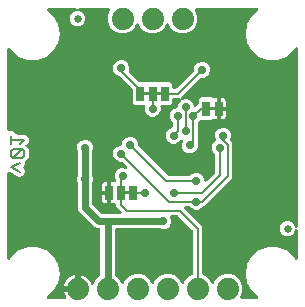
<source format=gbl>
G04 EAGLE Gerber RS-274X export*
G75*
%MOMM*%
%FSLAX34Y34*%
%LPD*%
%INBottom Copper*%
%IPPOS*%
%AMOC8*
5,1,8,0,0,1.08239X$1,22.5*%
G01*
%ADD10C,0.203200*%
%ADD11C,0.635000*%
%ADD12R,0.660400X1.270000*%
%ADD13C,1.879600*%
%ADD14C,0.736600*%
%ADD15C,0.609600*%

G36*
X52565Y4070D02*
X52565Y4070D01*
X52605Y4067D01*
X52723Y4090D01*
X52841Y4105D01*
X52878Y4119D01*
X52917Y4127D01*
X53026Y4178D01*
X53137Y4222D01*
X53169Y4245D01*
X53205Y4262D01*
X53297Y4338D01*
X53394Y4408D01*
X53420Y4439D01*
X53450Y4464D01*
X53521Y4561D01*
X53597Y4653D01*
X53614Y4689D01*
X53638Y4722D01*
X53682Y4833D01*
X53733Y4941D01*
X53740Y4980D01*
X53755Y5017D01*
X53770Y5136D01*
X53792Y5253D01*
X53790Y5293D01*
X53795Y5333D01*
X53780Y5452D01*
X53773Y5571D01*
X53760Y5609D01*
X53755Y5648D01*
X53712Y5760D01*
X53675Y5873D01*
X53653Y5907D01*
X53639Y5944D01*
X53553Y6080D01*
X53289Y6443D01*
X52436Y8117D01*
X51855Y9904D01*
X51815Y10161D01*
X62230Y10161D01*
X62348Y10176D01*
X62467Y10183D01*
X62505Y10196D01*
X62545Y10201D01*
X62656Y10244D01*
X62769Y10281D01*
X62803Y10303D01*
X62841Y10318D01*
X62937Y10388D01*
X63038Y10451D01*
X63066Y10481D01*
X63098Y10504D01*
X63174Y10596D01*
X63256Y10683D01*
X63275Y10718D01*
X63301Y10749D01*
X63352Y10857D01*
X63409Y10961D01*
X63420Y11001D01*
X63437Y11037D01*
X63459Y11154D01*
X63489Y11269D01*
X63493Y11330D01*
X63497Y11350D01*
X63495Y11370D01*
X63499Y11430D01*
X63499Y12701D01*
X64770Y12701D01*
X64888Y12716D01*
X65007Y12723D01*
X65045Y12736D01*
X65085Y12741D01*
X65196Y12785D01*
X65309Y12821D01*
X65344Y12843D01*
X65381Y12858D01*
X65477Y12928D01*
X65578Y12991D01*
X65606Y13021D01*
X65639Y13045D01*
X65714Y13136D01*
X65796Y13223D01*
X65816Y13258D01*
X65841Y13290D01*
X65892Y13397D01*
X65950Y13502D01*
X65960Y13541D01*
X65977Y13577D01*
X65999Y13694D01*
X66029Y13809D01*
X66033Y13870D01*
X66037Y13890D01*
X66035Y13910D01*
X66039Y13970D01*
X66039Y24385D01*
X66296Y24345D01*
X68083Y23764D01*
X69757Y22911D01*
X71278Y21806D01*
X72606Y20478D01*
X73711Y18957D01*
X74564Y17283D01*
X74715Y16818D01*
X74728Y16791D01*
X74735Y16762D01*
X74795Y16647D01*
X74850Y16530D01*
X74869Y16507D01*
X74883Y16481D01*
X74971Y16385D01*
X75053Y16285D01*
X75077Y16268D01*
X75097Y16246D01*
X75206Y16174D01*
X75310Y16098D01*
X75338Y16087D01*
X75363Y16071D01*
X75486Y16029D01*
X75606Y15981D01*
X75636Y15977D01*
X75664Y15968D01*
X75793Y15957D01*
X75921Y15941D01*
X75951Y15945D01*
X75981Y15942D01*
X76109Y15965D01*
X76237Y15981D01*
X76265Y15992D01*
X76294Y15997D01*
X76412Y16050D01*
X76533Y16098D01*
X76557Y16115D01*
X76584Y16127D01*
X76685Y16208D01*
X76790Y16284D01*
X76809Y16307D01*
X76833Y16326D01*
X76910Y16429D01*
X76993Y16529D01*
X77006Y16556D01*
X77024Y16580D01*
X77095Y16725D01*
X78348Y19750D01*
X81849Y23252D01*
X82020Y23322D01*
X82045Y23337D01*
X82073Y23346D01*
X82183Y23415D01*
X82296Y23480D01*
X82317Y23500D01*
X82342Y23516D01*
X82431Y23611D01*
X82524Y23701D01*
X82540Y23726D01*
X82560Y23748D01*
X82623Y23862D01*
X82691Y23972D01*
X82699Y24001D01*
X82714Y24026D01*
X82746Y24152D01*
X82784Y24276D01*
X82786Y24306D01*
X82793Y24334D01*
X82803Y24495D01*
X82803Y62484D01*
X82788Y62602D01*
X82781Y62721D01*
X82768Y62759D01*
X82763Y62800D01*
X82720Y62910D01*
X82683Y63023D01*
X82661Y63058D01*
X82646Y63095D01*
X82577Y63191D01*
X82513Y63292D01*
X82483Y63320D01*
X82460Y63353D01*
X82368Y63429D01*
X82281Y63510D01*
X82246Y63530D01*
X82215Y63555D01*
X82107Y63606D01*
X82003Y63664D01*
X81963Y63674D01*
X81927Y63691D01*
X81810Y63713D01*
X81695Y63743D01*
X81635Y63747D01*
X81615Y63751D01*
X81594Y63749D01*
X81534Y63753D01*
X80067Y63753D01*
X77826Y64681D01*
X64681Y77826D01*
X63753Y80067D01*
X63753Y102285D01*
X63752Y102295D01*
X63753Y102304D01*
X63732Y102453D01*
X63713Y102601D01*
X63710Y102610D01*
X63709Y102619D01*
X63657Y102771D01*
X63118Y104071D01*
X63118Y106749D01*
X63657Y108049D01*
X63659Y108058D01*
X63664Y108066D01*
X63701Y108210D01*
X63741Y108356D01*
X63741Y108365D01*
X63743Y108374D01*
X63753Y108535D01*
X63753Y128955D01*
X63752Y128965D01*
X63753Y128974D01*
X63732Y129123D01*
X63713Y129271D01*
X63710Y129280D01*
X63709Y129289D01*
X63657Y129441D01*
X63118Y130741D01*
X63118Y133419D01*
X64143Y135893D01*
X66037Y137787D01*
X68511Y138812D01*
X71189Y138812D01*
X73663Y137787D01*
X75557Y135893D01*
X76582Y133419D01*
X76582Y130741D01*
X76043Y129441D01*
X76041Y129432D01*
X76036Y129424D01*
X75999Y129279D01*
X75959Y129134D01*
X75959Y129125D01*
X75957Y129116D01*
X75947Y128955D01*
X75947Y108535D01*
X75948Y108525D01*
X75947Y108516D01*
X75968Y108367D01*
X75987Y108219D01*
X75990Y108210D01*
X75991Y108201D01*
X76043Y108049D01*
X76582Y106749D01*
X76582Y104071D01*
X76043Y102771D01*
X76041Y102762D01*
X76036Y102754D01*
X75999Y102609D01*
X75959Y102464D01*
X75959Y102455D01*
X75957Y102446D01*
X75947Y102285D01*
X75947Y84331D01*
X75959Y84233D01*
X75962Y84134D01*
X75979Y84076D01*
X75987Y84016D01*
X76023Y83923D01*
X76051Y83828D01*
X76081Y83776D01*
X76104Y83720D01*
X76162Y83640D01*
X76212Y83554D01*
X76278Y83479D01*
X76290Y83463D01*
X76300Y83455D01*
X76318Y83434D01*
X83434Y76318D01*
X83512Y76258D01*
X83584Y76190D01*
X83637Y76161D01*
X83685Y76124D01*
X83776Y76084D01*
X83862Y76036D01*
X83921Y76021D01*
X83977Y75997D01*
X84075Y75982D01*
X84170Y75957D01*
X84270Y75951D01*
X84291Y75947D01*
X84303Y75949D01*
X84331Y75947D01*
X99391Y75947D01*
X99528Y75964D01*
X99667Y75977D01*
X99686Y75984D01*
X99706Y75987D01*
X99835Y76038D01*
X99966Y76085D01*
X99983Y76096D01*
X100002Y76104D01*
X100114Y76185D01*
X100229Y76263D01*
X100243Y76279D01*
X100259Y76290D01*
X100348Y76398D01*
X100440Y76502D01*
X100449Y76520D01*
X100462Y76535D01*
X100521Y76661D01*
X100584Y76785D01*
X100589Y76805D01*
X100598Y76823D01*
X100624Y76959D01*
X100654Y77095D01*
X100654Y77116D01*
X100657Y77135D01*
X100649Y77274D01*
X100644Y77413D01*
X100639Y77433D01*
X100638Y77453D01*
X100595Y77585D01*
X100556Y77719D01*
X100546Y77736D01*
X100540Y77755D01*
X100465Y77873D01*
X100395Y77993D01*
X100376Y78014D01*
X100369Y78024D01*
X100354Y78038D01*
X100288Y78113D01*
X96265Y82136D01*
X96265Y83555D01*
X96253Y83654D01*
X96250Y83753D01*
X96233Y83811D01*
X96225Y83871D01*
X96189Y83963D01*
X96161Y84058D01*
X96131Y84110D01*
X96108Y84167D01*
X96050Y84247D01*
X96000Y84332D01*
X95934Y84408D01*
X95922Y84424D01*
X95912Y84432D01*
X95894Y84453D01*
X95415Y84931D01*
X95335Y84994D01*
X95271Y85054D01*
X95267Y85056D01*
X95254Y85068D01*
X95206Y85093D01*
X95164Y85126D01*
X95067Y85168D01*
X94974Y85218D01*
X94921Y85231D01*
X94872Y85253D01*
X94767Y85269D01*
X94665Y85295D01*
X94611Y85294D01*
X94558Y85302D01*
X94497Y85297D01*
X94494Y85297D01*
X94485Y85296D01*
X94452Y85293D01*
X94347Y85292D01*
X94263Y85275D01*
X94241Y85273D01*
X94227Y85267D01*
X94189Y85260D01*
X93552Y85089D01*
X91566Y85089D01*
X91566Y93599D01*
X91551Y93717D01*
X91544Y93836D01*
X91531Y93874D01*
X91526Y93914D01*
X91504Y93970D01*
X91526Y94085D01*
X91556Y94201D01*
X91560Y94261D01*
X91564Y94281D01*
X91562Y94301D01*
X91566Y94361D01*
X91566Y102871D01*
X93552Y102871D01*
X94189Y102700D01*
X94294Y102686D01*
X94397Y102663D01*
X94451Y102664D01*
X94504Y102657D01*
X94609Y102669D01*
X94715Y102672D01*
X94767Y102687D01*
X94820Y102693D01*
X94919Y102731D01*
X95020Y102761D01*
X95067Y102788D01*
X95117Y102807D01*
X95203Y102869D01*
X95294Y102922D01*
X95358Y102979D01*
X95376Y102991D01*
X95386Y103003D01*
X95415Y103029D01*
X95478Y103092D01*
X95496Y103115D01*
X95519Y103134D01*
X95593Y103240D01*
X95673Y103343D01*
X95685Y103370D01*
X95702Y103394D01*
X95748Y103515D01*
X95799Y103635D01*
X95804Y103664D01*
X95814Y103691D01*
X95829Y103820D01*
X95849Y103949D01*
X95846Y103978D01*
X95850Y104007D01*
X95831Y104136D01*
X95819Y104265D01*
X95809Y104293D01*
X95805Y104322D01*
X95753Y104475D01*
X94868Y106611D01*
X94868Y109289D01*
X95893Y111763D01*
X97787Y113657D01*
X100261Y114682D01*
X102939Y114682D01*
X103805Y114323D01*
X103873Y114305D01*
X103937Y114277D01*
X104026Y114263D01*
X104112Y114239D01*
X104182Y114238D01*
X104251Y114227D01*
X104340Y114235D01*
X104430Y114234D01*
X104498Y114250D01*
X104567Y114257D01*
X104652Y114287D01*
X104739Y114308D01*
X104801Y114341D01*
X104867Y114364D01*
X104941Y114415D01*
X105020Y114457D01*
X105072Y114504D01*
X105130Y114543D01*
X105189Y114610D01*
X105256Y114671D01*
X105294Y114729D01*
X105340Y114781D01*
X105381Y114861D01*
X105431Y114936D01*
X105453Y115002D01*
X105485Y115065D01*
X105505Y115152D01*
X105534Y115237D01*
X105539Y115307D01*
X105555Y115375D01*
X105552Y115465D01*
X105559Y115554D01*
X105547Y115623D01*
X105545Y115693D01*
X105520Y115779D01*
X105505Y115868D01*
X105476Y115931D01*
X105457Y115998D01*
X105411Y116076D01*
X105374Y116158D01*
X105330Y116212D01*
X105295Y116272D01*
X105189Y116393D01*
X101685Y119897D01*
X101607Y119957D01*
X101535Y120025D01*
X101482Y120054D01*
X101434Y120091D01*
X101343Y120131D01*
X101256Y120179D01*
X101198Y120194D01*
X101142Y120218D01*
X101044Y120233D01*
X100948Y120258D01*
X100848Y120264D01*
X100828Y120268D01*
X100816Y120266D01*
X100788Y120268D01*
X98991Y120268D01*
X96517Y121293D01*
X94623Y123187D01*
X93598Y125661D01*
X93598Y128339D01*
X94623Y130813D01*
X96517Y132707D01*
X98991Y133732D01*
X99949Y133732D01*
X100067Y133747D01*
X100186Y133754D01*
X100224Y133767D01*
X100265Y133772D01*
X100375Y133815D01*
X100488Y133852D01*
X100523Y133874D01*
X100560Y133889D01*
X100656Y133958D01*
X100757Y134022D01*
X100785Y134052D01*
X100818Y134075D01*
X100894Y134167D01*
X100975Y134254D01*
X100995Y134289D01*
X101020Y134320D01*
X101071Y134428D01*
X101129Y134532D01*
X101139Y134572D01*
X101156Y134608D01*
X101178Y134725D01*
X101208Y134840D01*
X101212Y134900D01*
X101216Y134920D01*
X101214Y134941D01*
X101218Y135001D01*
X101218Y135959D01*
X102243Y138433D01*
X104137Y140327D01*
X106611Y141352D01*
X109289Y141352D01*
X111763Y140327D01*
X113657Y138433D01*
X114682Y135959D01*
X114682Y134162D01*
X114694Y134064D01*
X114697Y133965D01*
X114714Y133907D01*
X114722Y133847D01*
X114758Y133755D01*
X114786Y133660D01*
X114816Y133608D01*
X114839Y133551D01*
X114897Y133471D01*
X114947Y133386D01*
X115013Y133310D01*
X115025Y133294D01*
X115035Y133286D01*
X115053Y133265D01*
X139742Y108576D01*
X139820Y108516D01*
X139892Y108448D01*
X139945Y108419D01*
X139993Y108382D01*
X140084Y108342D01*
X140171Y108294D01*
X140229Y108279D01*
X140285Y108255D01*
X140383Y108240D01*
X140479Y108215D01*
X140579Y108209D01*
X140599Y108205D01*
X140611Y108207D01*
X140639Y108205D01*
X157849Y108205D01*
X157947Y108217D01*
X158046Y108220D01*
X158104Y108237D01*
X158164Y108245D01*
X158256Y108281D01*
X158352Y108309D01*
X158404Y108339D01*
X158460Y108362D01*
X158540Y108420D01*
X158626Y108470D01*
X158701Y108536D01*
X158717Y108548D01*
X158725Y108558D01*
X158746Y108576D01*
X160017Y109847D01*
X162491Y110872D01*
X165169Y110872D01*
X167643Y109847D01*
X169537Y107953D01*
X170562Y105479D01*
X170562Y104444D01*
X170579Y104307D01*
X170592Y104168D01*
X170599Y104149D01*
X170602Y104129D01*
X170653Y104000D01*
X170700Y103869D01*
X170711Y103852D01*
X170719Y103833D01*
X170800Y103721D01*
X170878Y103606D01*
X170894Y103592D01*
X170905Y103576D01*
X171013Y103487D01*
X171117Y103395D01*
X171135Y103386D01*
X171150Y103373D01*
X171276Y103314D01*
X171400Y103251D01*
X171420Y103246D01*
X171438Y103237D01*
X171574Y103211D01*
X171710Y103181D01*
X171731Y103181D01*
X171750Y103178D01*
X171889Y103186D01*
X172028Y103191D01*
X172048Y103196D01*
X172068Y103197D01*
X172200Y103240D01*
X172334Y103279D01*
X172351Y103289D01*
X172370Y103295D01*
X172488Y103370D01*
X172608Y103440D01*
X172629Y103459D01*
X172639Y103466D01*
X172653Y103481D01*
X172728Y103547D01*
X179634Y110452D01*
X179694Y110530D01*
X179762Y110602D01*
X179791Y110655D01*
X179828Y110703D01*
X179868Y110794D01*
X179916Y110881D01*
X179931Y110939D01*
X179955Y110995D01*
X179970Y111093D01*
X179995Y111189D01*
X180001Y111289D01*
X180005Y111309D01*
X180003Y111321D01*
X180005Y111349D01*
X180005Y126019D01*
X179993Y126117D01*
X179990Y126216D01*
X179973Y126274D01*
X179965Y126334D01*
X179929Y126426D01*
X179901Y126522D01*
X179871Y126574D01*
X179848Y126630D01*
X179790Y126710D01*
X179740Y126796D01*
X179674Y126871D01*
X179662Y126887D01*
X179652Y126895D01*
X179634Y126916D01*
X178363Y128187D01*
X177338Y130661D01*
X177338Y133339D01*
X178363Y135813D01*
X180382Y137832D01*
X180400Y137855D01*
X180422Y137874D01*
X180497Y137980D01*
X180576Y138083D01*
X180588Y138110D01*
X180605Y138134D01*
X180651Y138255D01*
X180703Y138375D01*
X180707Y138404D01*
X180718Y138432D01*
X180732Y138561D01*
X180753Y138689D01*
X180750Y138718D01*
X180753Y138748D01*
X180735Y138876D01*
X180723Y139005D01*
X180713Y139033D01*
X180709Y139063D01*
X180657Y139215D01*
X179958Y140901D01*
X179958Y143579D01*
X180983Y146053D01*
X182877Y147947D01*
X185351Y148972D01*
X188029Y148972D01*
X190503Y147947D01*
X192397Y146053D01*
X193422Y143579D01*
X193422Y140901D01*
X192767Y139320D01*
X192759Y139291D01*
X192746Y139265D01*
X192717Y139138D01*
X192683Y139013D01*
X192682Y138983D01*
X192676Y138955D01*
X192680Y138825D01*
X192678Y138695D01*
X192685Y138666D01*
X192686Y138637D01*
X192722Y138512D01*
X192752Y138386D01*
X192766Y138359D01*
X192774Y138331D01*
X192840Y138219D01*
X192901Y138105D01*
X192920Y138083D01*
X192935Y138057D01*
X193042Y137936D01*
X194612Y136367D01*
X194612Y106313D01*
X170594Y82295D01*
X169811Y82295D01*
X169713Y82283D01*
X169614Y82280D01*
X169556Y82263D01*
X169496Y82255D01*
X169404Y82219D01*
X169308Y82191D01*
X169256Y82161D01*
X169200Y82138D01*
X169120Y82080D01*
X169034Y82030D01*
X168959Y81964D01*
X168943Y81952D01*
X168935Y81942D01*
X168914Y81924D01*
X167643Y80653D01*
X165169Y79628D01*
X162491Y79628D01*
X160017Y80653D01*
X158746Y81924D01*
X158668Y81984D01*
X158596Y82052D01*
X158543Y82081D01*
X158495Y82118D01*
X158404Y82158D01*
X158317Y82206D01*
X158259Y82221D01*
X158203Y82245D01*
X158105Y82260D01*
X158010Y82285D01*
X157910Y82291D01*
X157889Y82295D01*
X157877Y82293D01*
X157849Y82295D01*
X155117Y82295D01*
X154980Y82278D01*
X154841Y82265D01*
X154822Y82258D01*
X154802Y82255D01*
X154673Y82204D01*
X154542Y82157D01*
X154525Y82146D01*
X154506Y82138D01*
X154394Y82057D01*
X154279Y81979D01*
X154265Y81963D01*
X154249Y81952D01*
X154160Y81844D01*
X154068Y81740D01*
X154059Y81722D01*
X154046Y81707D01*
X153987Y81581D01*
X153924Y81457D01*
X153919Y81437D01*
X153910Y81419D01*
X153884Y81283D01*
X153854Y81147D01*
X153854Y81126D01*
X153851Y81107D01*
X153859Y80968D01*
X153864Y80829D01*
X153869Y80809D01*
X153870Y80789D01*
X153913Y80657D01*
X153952Y80523D01*
X153962Y80506D01*
X153968Y80487D01*
X154043Y80369D01*
X154113Y80249D01*
X154132Y80228D01*
X154139Y80218D01*
X154154Y80204D01*
X154220Y80129D01*
X169165Y65184D01*
X169165Y25337D01*
X169168Y25307D01*
X169166Y25278D01*
X169188Y25150D01*
X169205Y25021D01*
X169215Y24994D01*
X169220Y24965D01*
X169274Y24846D01*
X169322Y24725D01*
X169339Y24702D01*
X169351Y24675D01*
X169432Y24573D01*
X169508Y24468D01*
X169531Y24449D01*
X169550Y24426D01*
X169653Y24348D01*
X169753Y24265D01*
X169780Y24253D01*
X169804Y24235D01*
X169948Y24164D01*
X172150Y23252D01*
X175652Y19751D01*
X176627Y17395D01*
X176696Y17274D01*
X176761Y17152D01*
X176775Y17137D01*
X176785Y17119D01*
X176882Y17019D01*
X176975Y16916D01*
X176992Y16905D01*
X177006Y16891D01*
X177124Y16818D01*
X177241Y16742D01*
X177260Y16735D01*
X177277Y16724D01*
X177410Y16684D01*
X177542Y16638D01*
X177562Y16637D01*
X177581Y16631D01*
X177720Y16624D01*
X177859Y16613D01*
X177879Y16617D01*
X177899Y16616D01*
X178035Y16644D01*
X178172Y16668D01*
X178191Y16676D01*
X178210Y16680D01*
X178335Y16741D01*
X178462Y16798D01*
X178478Y16811D01*
X178496Y16820D01*
X178602Y16910D01*
X178710Y16997D01*
X178723Y17013D01*
X178738Y17026D01*
X178818Y17140D01*
X178902Y17251D01*
X178914Y17276D01*
X178921Y17286D01*
X178928Y17305D01*
X178973Y17395D01*
X179948Y19750D01*
X183450Y23252D01*
X188024Y25147D01*
X192976Y25147D01*
X197550Y23252D01*
X201052Y19750D01*
X202947Y15176D01*
X202947Y10224D01*
X201122Y5820D01*
X201109Y5772D01*
X201088Y5727D01*
X201067Y5619D01*
X201038Y5513D01*
X201038Y5463D01*
X201028Y5414D01*
X201035Y5305D01*
X201033Y5195D01*
X201045Y5147D01*
X201048Y5097D01*
X201082Y4993D01*
X201107Y4886D01*
X201131Y4842D01*
X201146Y4795D01*
X201205Y4702D01*
X201256Y4605D01*
X201290Y4568D01*
X201316Y4526D01*
X201396Y4451D01*
X201470Y4369D01*
X201512Y4342D01*
X201548Y4308D01*
X201644Y4255D01*
X201736Y4195D01*
X201783Y4178D01*
X201826Y4154D01*
X201933Y4127D01*
X202037Y4091D01*
X202086Y4087D01*
X202134Y4075D01*
X202295Y4065D01*
X215369Y4065D01*
X215405Y4069D01*
X215440Y4067D01*
X215562Y4089D01*
X215685Y4105D01*
X215718Y4118D01*
X215753Y4124D01*
X215865Y4176D01*
X215981Y4222D01*
X216009Y4242D01*
X216041Y4257D01*
X216138Y4336D01*
X216238Y4408D01*
X216261Y4436D01*
X216288Y4458D01*
X216361Y4558D01*
X216441Y4653D01*
X216456Y4685D01*
X216477Y4714D01*
X216523Y4829D01*
X216576Y4941D01*
X216583Y4976D01*
X216596Y5009D01*
X216613Y5132D01*
X216636Y5253D01*
X216634Y5289D01*
X216639Y5324D01*
X216624Y5447D01*
X216616Y5571D01*
X216605Y5605D01*
X216601Y5640D01*
X216556Y5756D01*
X216518Y5873D01*
X216499Y5903D01*
X216487Y5936D01*
X216414Y6037D01*
X216348Y6142D01*
X216322Y6166D01*
X216302Y6195D01*
X216185Y6306D01*
X211015Y10644D01*
X207029Y17549D01*
X205645Y25400D01*
X207029Y33251D01*
X211015Y40155D01*
X217122Y45280D01*
X224614Y48007D01*
X232586Y48007D01*
X240078Y45280D01*
X246185Y40156D01*
X247567Y37762D01*
X247655Y37646D01*
X247740Y37528D01*
X247751Y37519D01*
X247759Y37509D01*
X247873Y37418D01*
X247985Y37325D01*
X247998Y37319D01*
X248008Y37311D01*
X248142Y37251D01*
X248273Y37190D01*
X248286Y37187D01*
X248299Y37182D01*
X248443Y37157D01*
X248586Y37130D01*
X248599Y37131D01*
X248612Y37128D01*
X248758Y37141D01*
X248903Y37150D01*
X248916Y37154D01*
X248929Y37155D01*
X249067Y37203D01*
X249205Y37248D01*
X249217Y37255D01*
X249230Y37259D01*
X249351Y37340D01*
X249474Y37418D01*
X249483Y37428D01*
X249495Y37435D01*
X249592Y37543D01*
X249692Y37649D01*
X249699Y37661D01*
X249708Y37671D01*
X249775Y37801D01*
X249846Y37928D01*
X249849Y37941D01*
X249855Y37953D01*
X249889Y38095D01*
X249925Y38236D01*
X249926Y38254D01*
X249928Y38263D01*
X249928Y38280D01*
X249935Y38397D01*
X249935Y61703D01*
X249927Y61772D01*
X249928Y61842D01*
X249907Y61930D01*
X249895Y62019D01*
X249870Y62084D01*
X249853Y62151D01*
X249811Y62231D01*
X249778Y62314D01*
X249737Y62371D01*
X249705Y62432D01*
X249644Y62499D01*
X249592Y62572D01*
X249538Y62616D01*
X249491Y62668D01*
X249416Y62717D01*
X249347Y62774D01*
X249283Y62804D01*
X249225Y62843D01*
X249140Y62872D01*
X249059Y62910D01*
X248990Y62923D01*
X248924Y62946D01*
X248835Y62953D01*
X248747Y62970D01*
X248677Y62965D01*
X248607Y62971D01*
X248519Y62956D01*
X248429Y62950D01*
X248363Y62929D01*
X248294Y62917D01*
X248212Y62880D01*
X248127Y62852D01*
X248068Y62815D01*
X248004Y62786D01*
X247934Y62730D01*
X247858Y62682D01*
X247810Y62631D01*
X247756Y62587D01*
X247701Y62516D01*
X247640Y62450D01*
X247606Y62389D01*
X247564Y62333D01*
X247493Y62189D01*
X246576Y59975D01*
X244825Y58224D01*
X242538Y57276D01*
X240062Y57276D01*
X237775Y58224D01*
X236024Y59975D01*
X235076Y62262D01*
X235076Y64738D01*
X236024Y67025D01*
X237775Y68776D01*
X240062Y69724D01*
X242538Y69724D01*
X244825Y68776D01*
X246576Y67025D01*
X247493Y64811D01*
X247528Y64751D01*
X247554Y64686D01*
X247606Y64613D01*
X247651Y64535D01*
X247699Y64485D01*
X247740Y64428D01*
X247810Y64371D01*
X247872Y64307D01*
X247932Y64270D01*
X247985Y64226D01*
X248067Y64187D01*
X248143Y64140D01*
X248210Y64120D01*
X248273Y64090D01*
X248361Y64073D01*
X248447Y64047D01*
X248517Y64043D01*
X248586Y64030D01*
X248675Y64036D01*
X248765Y64032D01*
X248833Y64046D01*
X248903Y64050D01*
X248988Y64078D01*
X249076Y64096D01*
X249139Y64127D01*
X249205Y64148D01*
X249281Y64196D01*
X249362Y64236D01*
X249415Y64281D01*
X249474Y64318D01*
X249536Y64384D01*
X249604Y64442D01*
X249644Y64499D01*
X249692Y64550D01*
X249735Y64628D01*
X249787Y64702D01*
X249812Y64767D01*
X249846Y64828D01*
X249868Y64915D01*
X249900Y64999D01*
X249908Y65069D01*
X249925Y65136D01*
X249935Y65297D01*
X249935Y215603D01*
X249917Y215748D01*
X249902Y215893D01*
X249897Y215906D01*
X249895Y215919D01*
X249842Y216054D01*
X249791Y216191D01*
X249783Y216202D01*
X249778Y216215D01*
X249693Y216332D01*
X249610Y216452D01*
X249599Y216461D01*
X249592Y216472D01*
X249480Y216565D01*
X249369Y216660D01*
X249357Y216666D01*
X249347Y216675D01*
X249215Y216737D01*
X249084Y216802D01*
X249071Y216805D01*
X249059Y216810D01*
X248917Y216838D01*
X248773Y216868D01*
X248760Y216868D01*
X248747Y216870D01*
X248602Y216861D01*
X248456Y216855D01*
X248442Y216851D01*
X248429Y216850D01*
X248291Y216806D01*
X248151Y216763D01*
X248139Y216756D01*
X248127Y216752D01*
X248004Y216675D01*
X247879Y216599D01*
X247869Y216589D01*
X247858Y216582D01*
X247758Y216476D01*
X247656Y216372D01*
X247646Y216357D01*
X247640Y216351D01*
X247632Y216336D01*
X247567Y216238D01*
X246185Y213845D01*
X240078Y208720D01*
X232586Y205993D01*
X224614Y205993D01*
X217122Y208720D01*
X211015Y213844D01*
X207029Y220749D01*
X205645Y228600D01*
X207029Y236451D01*
X211015Y243355D01*
X216185Y247694D01*
X216209Y247720D01*
X216238Y247740D01*
X216317Y247836D01*
X216401Y247927D01*
X216418Y247958D01*
X216441Y247985D01*
X216494Y248098D01*
X216553Y248207D01*
X216561Y248241D01*
X216576Y248273D01*
X216599Y248395D01*
X216630Y248515D01*
X216629Y248551D01*
X216636Y248586D01*
X216628Y248709D01*
X216627Y248833D01*
X216618Y248868D01*
X216616Y248903D01*
X216578Y249021D01*
X216546Y249141D01*
X216529Y249172D01*
X216518Y249205D01*
X216452Y249310D01*
X216391Y249419D01*
X216367Y249444D01*
X216348Y249474D01*
X216258Y249559D01*
X216172Y249649D01*
X216142Y249668D01*
X216116Y249692D01*
X216008Y249752D01*
X215903Y249818D01*
X215869Y249829D01*
X215838Y249846D01*
X215718Y249877D01*
X215600Y249914D01*
X215564Y249916D01*
X215530Y249925D01*
X215369Y249935D01*
X164195Y249935D01*
X164146Y249929D01*
X164096Y249931D01*
X163989Y249909D01*
X163879Y249895D01*
X163833Y249877D01*
X163785Y249867D01*
X163686Y249819D01*
X163584Y249778D01*
X163544Y249749D01*
X163499Y249727D01*
X163415Y249656D01*
X163326Y249592D01*
X163295Y249553D01*
X163257Y249521D01*
X163194Y249431D01*
X163124Y249347D01*
X163102Y249302D01*
X163074Y249261D01*
X163035Y249158D01*
X162988Y249059D01*
X162979Y249010D01*
X162961Y248964D01*
X162949Y248854D01*
X162928Y248747D01*
X162931Y248697D01*
X162926Y248648D01*
X162941Y248539D01*
X162948Y248429D01*
X162963Y248382D01*
X162970Y248333D01*
X163022Y248180D01*
X164847Y243776D01*
X164847Y238824D01*
X162952Y234250D01*
X159450Y230748D01*
X154876Y228853D01*
X149924Y228853D01*
X145350Y230748D01*
X141848Y234250D01*
X140873Y236605D01*
X140804Y236725D01*
X140739Y236848D01*
X140725Y236863D01*
X140715Y236881D01*
X140618Y236981D01*
X140525Y237084D01*
X140508Y237095D01*
X140494Y237109D01*
X140376Y237182D01*
X140259Y237258D01*
X140240Y237265D01*
X140223Y237276D01*
X140090Y237316D01*
X139958Y237362D01*
X139938Y237363D01*
X139919Y237369D01*
X139780Y237376D01*
X139641Y237387D01*
X139621Y237383D01*
X139601Y237384D01*
X139465Y237356D01*
X139328Y237332D01*
X139309Y237324D01*
X139290Y237320D01*
X139165Y237259D01*
X139038Y237202D01*
X139022Y237189D01*
X139004Y237180D01*
X138898Y237090D01*
X138790Y237003D01*
X138777Y236987D01*
X138762Y236974D01*
X138682Y236860D01*
X138598Y236749D01*
X138586Y236724D01*
X138579Y236714D01*
X138572Y236695D01*
X138527Y236605D01*
X137552Y234250D01*
X134050Y230748D01*
X129476Y228853D01*
X124524Y228853D01*
X119950Y230748D01*
X116448Y234250D01*
X115473Y236605D01*
X115404Y236725D01*
X115339Y236848D01*
X115325Y236863D01*
X115315Y236881D01*
X115218Y236981D01*
X115125Y237084D01*
X115108Y237095D01*
X115094Y237109D01*
X114976Y237182D01*
X114859Y237258D01*
X114840Y237265D01*
X114823Y237276D01*
X114690Y237316D01*
X114558Y237362D01*
X114538Y237363D01*
X114519Y237369D01*
X114380Y237376D01*
X114241Y237387D01*
X114221Y237383D01*
X114201Y237384D01*
X114065Y237356D01*
X113928Y237332D01*
X113909Y237324D01*
X113890Y237320D01*
X113765Y237259D01*
X113638Y237202D01*
X113622Y237189D01*
X113604Y237180D01*
X113498Y237090D01*
X113390Y237003D01*
X113377Y236987D01*
X113362Y236974D01*
X113282Y236860D01*
X113198Y236749D01*
X113186Y236724D01*
X113179Y236714D01*
X113172Y236695D01*
X113127Y236605D01*
X112152Y234250D01*
X108650Y230748D01*
X104076Y228853D01*
X99124Y228853D01*
X94550Y230748D01*
X91048Y234250D01*
X89153Y238824D01*
X89153Y243776D01*
X90978Y248180D01*
X90991Y248228D01*
X91012Y248273D01*
X91033Y248381D01*
X91062Y248487D01*
X91062Y248537D01*
X91072Y248586D01*
X91065Y248695D01*
X91067Y248805D01*
X91055Y248853D01*
X91052Y248903D01*
X91018Y249007D01*
X90993Y249114D01*
X90969Y249158D01*
X90954Y249205D01*
X90895Y249298D01*
X90844Y249395D01*
X90810Y249432D01*
X90784Y249474D01*
X90704Y249549D01*
X90630Y249631D01*
X90588Y249658D01*
X90552Y249692D01*
X90456Y249745D01*
X90364Y249805D01*
X90317Y249822D01*
X90274Y249846D01*
X90167Y249873D01*
X90063Y249909D01*
X90014Y249913D01*
X89966Y249925D01*
X89805Y249935D01*
X65297Y249935D01*
X65228Y249927D01*
X65158Y249928D01*
X65070Y249907D01*
X64981Y249895D01*
X64916Y249870D01*
X64849Y249853D01*
X64769Y249811D01*
X64686Y249778D01*
X64629Y249737D01*
X64568Y249705D01*
X64501Y249644D01*
X64428Y249592D01*
X64384Y249538D01*
X64332Y249491D01*
X64283Y249416D01*
X64226Y249347D01*
X64196Y249283D01*
X64157Y249225D01*
X64128Y249140D01*
X64090Y249059D01*
X64077Y248990D01*
X64054Y248924D01*
X64047Y248835D01*
X64030Y248747D01*
X64035Y248677D01*
X64029Y248607D01*
X64044Y248519D01*
X64050Y248429D01*
X64071Y248363D01*
X64083Y248294D01*
X64120Y248212D01*
X64148Y248127D01*
X64185Y248068D01*
X64214Y248004D01*
X64270Y247934D01*
X64318Y247858D01*
X64369Y247810D01*
X64413Y247756D01*
X64484Y247701D01*
X64550Y247640D01*
X64611Y247606D01*
X64667Y247564D01*
X64811Y247493D01*
X67025Y246576D01*
X68776Y244825D01*
X69724Y242538D01*
X69724Y240062D01*
X68776Y237775D01*
X67025Y236024D01*
X64738Y235076D01*
X62262Y235076D01*
X59975Y236024D01*
X58224Y237775D01*
X57276Y240062D01*
X57276Y242538D01*
X58224Y244825D01*
X59975Y246576D01*
X62189Y247493D01*
X62249Y247528D01*
X62314Y247554D01*
X62387Y247606D01*
X62465Y247651D01*
X62515Y247699D01*
X62572Y247740D01*
X62629Y247810D01*
X62693Y247872D01*
X62730Y247932D01*
X62774Y247985D01*
X62813Y248067D01*
X62860Y248143D01*
X62880Y248210D01*
X62910Y248273D01*
X62927Y248361D01*
X62953Y248447D01*
X62957Y248517D01*
X62970Y248586D01*
X62964Y248675D01*
X62968Y248765D01*
X62954Y248833D01*
X62950Y248903D01*
X62922Y248988D01*
X62904Y249076D01*
X62873Y249139D01*
X62852Y249205D01*
X62804Y249281D01*
X62764Y249362D01*
X62719Y249415D01*
X62682Y249474D01*
X62616Y249536D01*
X62558Y249604D01*
X62501Y249644D01*
X62450Y249692D01*
X62372Y249735D01*
X62298Y249787D01*
X62233Y249812D01*
X62172Y249846D01*
X62085Y249868D01*
X62001Y249900D01*
X61931Y249908D01*
X61864Y249925D01*
X61703Y249935D01*
X38631Y249935D01*
X38595Y249931D01*
X38560Y249933D01*
X38438Y249911D01*
X38315Y249895D01*
X38282Y249882D01*
X38247Y249876D01*
X38135Y249824D01*
X38019Y249778D01*
X37991Y249758D01*
X37959Y249743D01*
X37862Y249664D01*
X37762Y249592D01*
X37739Y249564D01*
X37712Y249542D01*
X37639Y249442D01*
X37559Y249347D01*
X37544Y249315D01*
X37523Y249286D01*
X37477Y249171D01*
X37424Y249059D01*
X37417Y249024D01*
X37404Y248991D01*
X37387Y248868D01*
X37364Y248747D01*
X37366Y248711D01*
X37361Y248676D01*
X37376Y248553D01*
X37384Y248429D01*
X37395Y248395D01*
X37399Y248360D01*
X37444Y248244D01*
X37482Y248127D01*
X37501Y248097D01*
X37513Y248064D01*
X37586Y247963D01*
X37652Y247858D01*
X37678Y247834D01*
X37698Y247805D01*
X37815Y247694D01*
X42985Y243356D01*
X46971Y236451D01*
X48355Y228600D01*
X46971Y220749D01*
X42985Y213845D01*
X36878Y208720D01*
X29386Y205993D01*
X21414Y205993D01*
X13922Y208720D01*
X7815Y213844D01*
X6433Y216238D01*
X6345Y216354D01*
X6260Y216472D01*
X6249Y216481D01*
X6241Y216491D01*
X6127Y216582D01*
X6015Y216675D01*
X6002Y216681D01*
X5992Y216689D01*
X5858Y216749D01*
X5727Y216810D01*
X5714Y216813D01*
X5701Y216818D01*
X5557Y216843D01*
X5414Y216870D01*
X5401Y216869D01*
X5388Y216872D01*
X5242Y216859D01*
X5097Y216850D01*
X5084Y216846D01*
X5071Y216845D01*
X4933Y216797D01*
X4795Y216752D01*
X4783Y216745D01*
X4770Y216741D01*
X4649Y216660D01*
X4526Y216582D01*
X4517Y216572D01*
X4505Y216565D01*
X4408Y216457D01*
X4308Y216351D01*
X4301Y216339D01*
X4292Y216329D01*
X4225Y216199D01*
X4154Y216072D01*
X4151Y216059D01*
X4145Y216047D01*
X4111Y215905D01*
X4075Y215764D01*
X4074Y215746D01*
X4072Y215737D01*
X4072Y215720D01*
X4065Y215603D01*
X4065Y147585D01*
X4080Y147467D01*
X4087Y147348D01*
X4100Y147310D01*
X4105Y147269D01*
X4148Y147159D01*
X4185Y147046D01*
X4207Y147011D01*
X4222Y146974D01*
X4291Y146878D01*
X4355Y146777D01*
X4385Y146749D01*
X4408Y146716D01*
X4500Y146641D01*
X4587Y146559D01*
X4622Y146539D01*
X4653Y146514D01*
X4761Y146463D01*
X4865Y146405D01*
X4905Y146395D01*
X4941Y146378D01*
X5058Y146356D01*
X5173Y146326D01*
X5233Y146322D01*
X5253Y146318D01*
X5274Y146320D01*
X5334Y146316D01*
X9050Y146316D01*
X11444Y143922D01*
X11446Y143908D01*
X11453Y143789D01*
X11466Y143751D01*
X11471Y143710D01*
X11514Y143600D01*
X11551Y143487D01*
X11573Y143452D01*
X11588Y143415D01*
X11657Y143319D01*
X11721Y143218D01*
X11751Y143190D01*
X11774Y143157D01*
X11866Y143081D01*
X11953Y143000D01*
X11988Y142980D01*
X12019Y142955D01*
X12127Y142904D01*
X12231Y142846D01*
X12271Y142836D01*
X12307Y142819D01*
X12424Y142797D01*
X12539Y142767D01*
X12599Y142763D01*
X12619Y142759D01*
X12640Y142761D01*
X12700Y142757D01*
X19727Y142757D01*
X20894Y141589D01*
X20895Y141589D01*
X22108Y140376D01*
X22108Y137008D01*
X20284Y135185D01*
X19732Y134632D01*
X19659Y134538D01*
X19580Y134449D01*
X19562Y134413D01*
X19537Y134381D01*
X19490Y134272D01*
X19435Y134166D01*
X19427Y134126D01*
X19411Y134089D01*
X19392Y133971D01*
X19366Y133855D01*
X19367Y133815D01*
X19361Y133775D01*
X19372Y133657D01*
X19375Y133538D01*
X19387Y133499D01*
X19391Y133458D01*
X19431Y133347D01*
X19464Y133232D01*
X19484Y133197D01*
X19498Y133159D01*
X19565Y133061D01*
X19625Y132958D01*
X19665Y132913D01*
X19677Y132896D01*
X19692Y132882D01*
X19732Y132837D01*
X22108Y130461D01*
X22108Y127428D01*
X22108Y127021D01*
X22108Y126569D01*
X22108Y126568D01*
X22108Y123535D01*
X19355Y120782D01*
X19145Y120572D01*
X19099Y120513D01*
X19046Y120461D01*
X19002Y120388D01*
X18950Y120320D01*
X18920Y120252D01*
X18882Y120188D01*
X18857Y120107D01*
X18823Y120029D01*
X18812Y119955D01*
X18790Y119884D01*
X18787Y119799D01*
X18774Y119715D01*
X18780Y119640D01*
X18777Y119566D01*
X18795Y119482D01*
X18803Y119398D01*
X18828Y119328D01*
X18844Y119255D01*
X18875Y119182D01*
X17716Y115705D01*
X17714Y115696D01*
X17711Y115688D01*
X17684Y115542D01*
X17654Y115393D01*
X17655Y115384D01*
X17653Y115376D01*
X17663Y115226D01*
X17672Y115076D01*
X17674Y115067D01*
X17675Y115058D01*
X17716Y114903D01*
X18873Y111433D01*
X17367Y108421D01*
X14172Y107356D01*
X5902Y111492D01*
X5812Y111523D01*
X5727Y111563D01*
X5663Y111576D01*
X5602Y111597D01*
X5507Y111605D01*
X5414Y111623D01*
X5350Y111619D01*
X5285Y111625D01*
X5191Y111609D01*
X5097Y111603D01*
X5035Y111583D01*
X4971Y111573D01*
X4884Y111535D01*
X4795Y111505D01*
X4740Y111471D01*
X4680Y111444D01*
X4606Y111386D01*
X4526Y111335D01*
X4481Y111288D01*
X4430Y111248D01*
X4373Y111173D01*
X4308Y111104D01*
X4277Y111047D01*
X4237Y110995D01*
X4200Y110908D01*
X4154Y110825D01*
X4138Y110762D01*
X4113Y110702D01*
X4099Y110609D01*
X4075Y110517D01*
X4068Y110406D01*
X4065Y110388D01*
X4066Y110378D01*
X4065Y110357D01*
X4065Y38397D01*
X4083Y38252D01*
X4098Y38107D01*
X4103Y38094D01*
X4105Y38081D01*
X4158Y37946D01*
X4209Y37809D01*
X4217Y37798D01*
X4222Y37785D01*
X4307Y37668D01*
X4390Y37548D01*
X4401Y37539D01*
X4408Y37528D01*
X4521Y37435D01*
X4631Y37340D01*
X4643Y37334D01*
X4653Y37325D01*
X4785Y37263D01*
X4916Y37198D01*
X4929Y37195D01*
X4941Y37190D01*
X5083Y37162D01*
X5227Y37132D01*
X5240Y37132D01*
X5253Y37130D01*
X5398Y37139D01*
X5544Y37145D01*
X5558Y37149D01*
X5571Y37150D01*
X5709Y37194D01*
X5849Y37237D01*
X5861Y37244D01*
X5873Y37248D01*
X5996Y37325D01*
X6121Y37401D01*
X6131Y37411D01*
X6142Y37418D01*
X6242Y37524D01*
X6344Y37628D01*
X6354Y37643D01*
X6360Y37649D01*
X6368Y37664D01*
X6433Y37762D01*
X7815Y40155D01*
X13922Y45280D01*
X21414Y48007D01*
X29386Y48007D01*
X36878Y45280D01*
X42985Y40156D01*
X46971Y33251D01*
X48355Y25400D01*
X46971Y17549D01*
X42985Y10645D01*
X37815Y6306D01*
X37791Y6280D01*
X37762Y6260D01*
X37683Y6164D01*
X37599Y6073D01*
X37582Y6042D01*
X37559Y6015D01*
X37506Y5902D01*
X37447Y5793D01*
X37439Y5759D01*
X37424Y5727D01*
X37401Y5605D01*
X37370Y5485D01*
X37371Y5449D01*
X37364Y5414D01*
X37372Y5291D01*
X37373Y5167D01*
X37382Y5132D01*
X37384Y5097D01*
X37422Y4979D01*
X37454Y4859D01*
X37471Y4828D01*
X37482Y4795D01*
X37548Y4690D01*
X37609Y4581D01*
X37633Y4556D01*
X37652Y4526D01*
X37742Y4441D01*
X37828Y4351D01*
X37858Y4332D01*
X37884Y4308D01*
X37992Y4248D01*
X38097Y4182D01*
X38131Y4171D01*
X38162Y4154D01*
X38282Y4123D01*
X38400Y4086D01*
X38436Y4084D01*
X38470Y4075D01*
X38631Y4065D01*
X52526Y4065D01*
X52565Y4070D01*
G37*
G36*
X127079Y16617D02*
X127079Y16617D01*
X127099Y16616D01*
X127235Y16644D01*
X127372Y16668D01*
X127391Y16676D01*
X127410Y16680D01*
X127535Y16741D01*
X127662Y16798D01*
X127678Y16811D01*
X127696Y16820D01*
X127802Y16910D01*
X127910Y16997D01*
X127923Y17013D01*
X127938Y17026D01*
X128018Y17140D01*
X128102Y17251D01*
X128114Y17276D01*
X128121Y17286D01*
X128128Y17305D01*
X128173Y17395D01*
X129148Y19750D01*
X132650Y23252D01*
X137224Y25147D01*
X142176Y25147D01*
X146750Y23252D01*
X150252Y19750D01*
X151227Y17395D01*
X151296Y17275D01*
X151361Y17152D01*
X151375Y17137D01*
X151385Y17119D01*
X151482Y17019D01*
X151575Y16916D01*
X151592Y16905D01*
X151606Y16891D01*
X151725Y16818D01*
X151841Y16742D01*
X151860Y16735D01*
X151877Y16724D01*
X152010Y16684D01*
X152142Y16638D01*
X152162Y16637D01*
X152181Y16631D01*
X152320Y16624D01*
X152459Y16613D01*
X152479Y16617D01*
X152499Y16616D01*
X152635Y16644D01*
X152772Y16668D01*
X152791Y16676D01*
X152810Y16680D01*
X152936Y16741D01*
X153062Y16798D01*
X153078Y16811D01*
X153096Y16820D01*
X153202Y16910D01*
X153310Y16997D01*
X153323Y17013D01*
X153338Y17026D01*
X153418Y17140D01*
X153502Y17251D01*
X153514Y17276D01*
X153521Y17286D01*
X153528Y17305D01*
X153573Y17395D01*
X154548Y19750D01*
X158050Y23252D01*
X160252Y24164D01*
X160277Y24179D01*
X160305Y24188D01*
X160415Y24257D01*
X160528Y24322D01*
X160549Y24342D01*
X160574Y24358D01*
X160663Y24452D01*
X160756Y24543D01*
X160772Y24568D01*
X160792Y24590D01*
X160855Y24703D01*
X160923Y24814D01*
X160931Y24842D01*
X160946Y24868D01*
X160978Y24994D01*
X161016Y25118D01*
X161018Y25147D01*
X161025Y25176D01*
X161035Y25337D01*
X161035Y61291D01*
X161023Y61389D01*
X161020Y61488D01*
X161003Y61546D01*
X160995Y61606D01*
X160959Y61698D01*
X160931Y61793D01*
X160901Y61845D01*
X160878Y61902D01*
X160820Y61982D01*
X160770Y62067D01*
X160704Y62143D01*
X160692Y62159D01*
X160682Y62167D01*
X160664Y62188D01*
X148548Y74304D01*
X148470Y74364D01*
X148398Y74432D01*
X148345Y74461D01*
X148297Y74498D01*
X148206Y74538D01*
X148119Y74586D01*
X148061Y74601D01*
X148005Y74625D01*
X147907Y74640D01*
X147811Y74665D01*
X147711Y74671D01*
X147691Y74675D01*
X147679Y74673D01*
X147651Y74675D01*
X143077Y74675D01*
X143028Y74669D01*
X142978Y74671D01*
X142871Y74649D01*
X142762Y74635D01*
X142715Y74617D01*
X142667Y74607D01*
X142568Y74559D01*
X142466Y74518D01*
X142426Y74489D01*
X142381Y74467D01*
X142298Y74396D01*
X142209Y74332D01*
X142177Y74293D01*
X142139Y74261D01*
X142076Y74171D01*
X142006Y74087D01*
X141985Y74042D01*
X141956Y74001D01*
X141917Y73898D01*
X141870Y73799D01*
X141861Y73750D01*
X141843Y73704D01*
X141831Y73594D01*
X141811Y73487D01*
X141814Y73437D01*
X141808Y73388D01*
X141823Y73279D01*
X141830Y73169D01*
X141846Y73122D01*
X141853Y73073D01*
X141905Y72920D01*
X142622Y71189D01*
X142622Y68511D01*
X141597Y66037D01*
X139703Y64143D01*
X137229Y63118D01*
X134551Y63118D01*
X133251Y63657D01*
X133242Y63659D01*
X133234Y63664D01*
X133089Y63701D01*
X132944Y63741D01*
X132935Y63741D01*
X132926Y63743D01*
X132765Y63753D01*
X96266Y63753D01*
X96148Y63738D01*
X96029Y63731D01*
X95991Y63718D01*
X95950Y63713D01*
X95840Y63670D01*
X95727Y63633D01*
X95692Y63611D01*
X95655Y63596D01*
X95559Y63527D01*
X95458Y63463D01*
X95430Y63433D01*
X95397Y63410D01*
X95321Y63318D01*
X95240Y63231D01*
X95220Y63196D01*
X95195Y63165D01*
X95144Y63057D01*
X95086Y62953D01*
X95076Y62913D01*
X95059Y62877D01*
X95037Y62760D01*
X95007Y62645D01*
X95003Y62585D01*
X94999Y62565D01*
X95001Y62544D01*
X95000Y62534D01*
X94999Y62531D01*
X94999Y62527D01*
X94997Y62484D01*
X94997Y24495D01*
X95000Y24466D01*
X94998Y24436D01*
X95020Y24308D01*
X95037Y24179D01*
X95047Y24152D01*
X95052Y24123D01*
X95106Y24004D01*
X95154Y23884D01*
X95171Y23860D01*
X95183Y23833D01*
X95264Y23731D01*
X95340Y23626D01*
X95363Y23608D01*
X95382Y23585D01*
X95485Y23506D01*
X95585Y23424D01*
X95612Y23411D01*
X95636Y23393D01*
X95780Y23322D01*
X95951Y23252D01*
X99452Y19750D01*
X100427Y17395D01*
X100496Y17275D01*
X100561Y17152D01*
X100575Y17137D01*
X100585Y17119D01*
X100682Y17019D01*
X100775Y16916D01*
X100792Y16905D01*
X100806Y16891D01*
X100924Y16818D01*
X101041Y16742D01*
X101060Y16735D01*
X101077Y16724D01*
X101210Y16684D01*
X101342Y16638D01*
X101362Y16637D01*
X101381Y16631D01*
X101520Y16624D01*
X101659Y16613D01*
X101679Y16617D01*
X101699Y16616D01*
X101835Y16644D01*
X101972Y16668D01*
X101991Y16676D01*
X102010Y16680D01*
X102135Y16741D01*
X102262Y16798D01*
X102278Y16811D01*
X102296Y16820D01*
X102402Y16910D01*
X102510Y16997D01*
X102523Y17013D01*
X102538Y17026D01*
X102618Y17140D01*
X102702Y17251D01*
X102714Y17276D01*
X102721Y17286D01*
X102728Y17305D01*
X102773Y17395D01*
X103748Y19750D01*
X107250Y23252D01*
X111824Y25147D01*
X116776Y25147D01*
X121350Y23252D01*
X124852Y19750D01*
X125827Y17395D01*
X125896Y17275D01*
X125961Y17152D01*
X125975Y17137D01*
X125985Y17119D01*
X126082Y17019D01*
X126175Y16916D01*
X126192Y16905D01*
X126206Y16891D01*
X126324Y16818D01*
X126441Y16742D01*
X126460Y16735D01*
X126477Y16724D01*
X126610Y16684D01*
X126742Y16638D01*
X126762Y16637D01*
X126781Y16631D01*
X126920Y16624D01*
X127059Y16613D01*
X127079Y16617D01*
G37*
%LPC*%
G36*
X157284Y127183D02*
X157284Y127183D01*
X154810Y128208D01*
X152916Y130102D01*
X151891Y132576D01*
X151891Y135254D01*
X152686Y137173D01*
X152704Y137240D01*
X152732Y137304D01*
X152746Y137393D01*
X152770Y137479D01*
X152771Y137549D01*
X152782Y137618D01*
X152774Y137708D01*
X152775Y137797D01*
X152759Y137865D01*
X152752Y137935D01*
X152722Y138019D01*
X152701Y138106D01*
X152668Y138168D01*
X152645Y138234D01*
X152594Y138308D01*
X152552Y138388D01*
X152505Y138439D01*
X152466Y138497D01*
X152399Y138556D01*
X152338Y138623D01*
X152280Y138661D01*
X152228Y138707D01*
X152148Y138748D01*
X152072Y138798D01*
X152006Y138820D01*
X151944Y138852D01*
X151857Y138872D01*
X151772Y138901D01*
X151702Y138906D01*
X151634Y138922D01*
X151544Y138919D01*
X151455Y138926D01*
X151386Y138914D01*
X151316Y138912D01*
X151230Y138887D01*
X151141Y138872D01*
X151078Y138843D01*
X151011Y138824D01*
X150933Y138778D01*
X150851Y138741D01*
X150797Y138698D01*
X150737Y138662D01*
X150616Y138556D01*
X148593Y136533D01*
X146119Y135508D01*
X143441Y135508D01*
X140967Y136533D01*
X139073Y138427D01*
X138048Y140901D01*
X138048Y143579D01*
X139073Y146053D01*
X140967Y147947D01*
X143502Y148997D01*
X143531Y149007D01*
X143572Y149012D01*
X143682Y149055D01*
X143795Y149092D01*
X143830Y149114D01*
X143867Y149129D01*
X143963Y149198D01*
X144064Y149262D01*
X144092Y149292D01*
X144125Y149315D01*
X144201Y149407D01*
X144282Y149494D01*
X144302Y149529D01*
X144327Y149560D01*
X144378Y149668D01*
X144436Y149772D01*
X144446Y149812D01*
X144463Y149848D01*
X144485Y149965D01*
X144515Y150080D01*
X144519Y150140D01*
X144523Y150160D01*
X144521Y150181D01*
X144525Y150241D01*
X144525Y152896D01*
X144513Y152994D01*
X144510Y153093D01*
X144493Y153151D01*
X144485Y153211D01*
X144449Y153303D01*
X144421Y153399D01*
X144391Y153451D01*
X144368Y153507D01*
X144310Y153587D01*
X144260Y153673D01*
X144194Y153748D01*
X144182Y153764D01*
X144172Y153772D01*
X144154Y153793D01*
X142883Y155064D01*
X141858Y157538D01*
X141858Y160216D01*
X142883Y162690D01*
X144777Y164584D01*
X147312Y165634D01*
X147341Y165644D01*
X147382Y165649D01*
X147492Y165692D01*
X147605Y165729D01*
X147640Y165751D01*
X147677Y165766D01*
X147773Y165835D01*
X147874Y165899D01*
X147902Y165929D01*
X147935Y165952D01*
X148011Y166044D01*
X148092Y166131D01*
X148112Y166166D01*
X148137Y166197D01*
X148188Y166305D01*
X148246Y166409D01*
X148256Y166449D01*
X148273Y166485D01*
X148295Y166602D01*
X148325Y166717D01*
X148329Y166777D01*
X148333Y166797D01*
X148331Y166818D01*
X148335Y166878D01*
X148335Y167709D01*
X149360Y170183D01*
X150745Y171569D01*
X150831Y171678D01*
X150919Y171785D01*
X150928Y171804D01*
X150940Y171820D01*
X150996Y171948D01*
X151055Y172073D01*
X151059Y172093D01*
X151067Y172112D01*
X151089Y172250D01*
X151115Y172386D01*
X151113Y172406D01*
X151117Y172426D01*
X151103Y172565D01*
X151095Y172703D01*
X151089Y172722D01*
X151087Y172742D01*
X151040Y172874D01*
X150997Y173005D01*
X150986Y173023D01*
X150979Y173042D01*
X150901Y173157D01*
X150827Y173274D01*
X150812Y173288D01*
X150801Y173305D01*
X150696Y173397D01*
X150595Y173492D01*
X150577Y173502D01*
X150562Y173515D01*
X150438Y173579D01*
X150317Y173646D01*
X150297Y173651D01*
X150279Y173660D01*
X150143Y173690D01*
X150009Y173725D01*
X149981Y173727D01*
X149969Y173730D01*
X149948Y173729D01*
X149848Y173735D01*
X145034Y173735D01*
X144916Y173720D01*
X144797Y173713D01*
X144759Y173700D01*
X144718Y173695D01*
X144608Y173652D01*
X144495Y173615D01*
X144460Y173593D01*
X144423Y173578D01*
X144327Y173509D01*
X144226Y173445D01*
X144198Y173415D01*
X144165Y173392D01*
X144089Y173300D01*
X144008Y173213D01*
X143988Y173178D01*
X143963Y173147D01*
X143912Y173039D01*
X143854Y172935D01*
X143844Y172895D01*
X143827Y172859D01*
X143805Y172742D01*
X143775Y172627D01*
X143771Y172567D01*
X143767Y172547D01*
X143769Y172526D01*
X143765Y172466D01*
X143765Y170187D01*
X141979Y168401D01*
X134819Y168401D01*
X134769Y168395D01*
X134720Y168397D01*
X134612Y168375D01*
X134503Y168361D01*
X134457Y168343D01*
X134408Y168333D01*
X134310Y168285D01*
X134207Y168244D01*
X134167Y168215D01*
X134122Y168193D01*
X134039Y168122D01*
X133950Y168058D01*
X133918Y168019D01*
X133880Y167987D01*
X133817Y167897D01*
X133747Y167813D01*
X133726Y167768D01*
X133697Y167727D01*
X133658Y167624D01*
X133612Y167525D01*
X133602Y167476D01*
X133585Y167430D01*
X133572Y167320D01*
X133552Y167213D01*
X133555Y167163D01*
X133549Y167114D01*
X133565Y167005D01*
X133572Y166895D01*
X133587Y166848D01*
X133594Y166799D01*
X133646Y166646D01*
X133732Y166439D01*
X133732Y163761D01*
X132707Y161287D01*
X130813Y159393D01*
X128339Y158368D01*
X125661Y158368D01*
X123187Y159393D01*
X121293Y161287D01*
X120268Y163761D01*
X120268Y166439D01*
X120354Y166646D01*
X120367Y166694D01*
X120388Y166739D01*
X120409Y166847D01*
X120438Y166953D01*
X120439Y167003D01*
X120448Y167052D01*
X120441Y167161D01*
X120443Y167271D01*
X120432Y167319D01*
X120428Y167369D01*
X120395Y167473D01*
X120369Y167580D01*
X120346Y167624D01*
X120330Y167671D01*
X120272Y167764D01*
X120220Y167861D01*
X120187Y167898D01*
X120160Y167940D01*
X120080Y168015D01*
X120006Y168097D01*
X119965Y168124D01*
X119929Y168158D01*
X119832Y168211D01*
X119741Y168271D01*
X119694Y168288D01*
X119650Y168312D01*
X119544Y168339D01*
X119440Y168375D01*
X119390Y168379D01*
X119342Y168391D01*
X119181Y168401D01*
X112021Y168401D01*
X110235Y170187D01*
X110235Y180671D01*
X110223Y180769D01*
X110220Y180868D01*
X110203Y180926D01*
X110195Y180986D01*
X110159Y181078D01*
X110131Y181173D01*
X110101Y181225D01*
X110078Y181282D01*
X110020Y181362D01*
X109970Y181447D01*
X109904Y181523D01*
X109892Y181539D01*
X109882Y181547D01*
X109864Y181568D01*
X99018Y192413D01*
X98798Y192634D01*
X98791Y192639D01*
X98785Y192647D01*
X98665Y192737D01*
X98547Y192829D01*
X98538Y192832D01*
X98531Y192838D01*
X98386Y192909D01*
X96517Y193683D01*
X94623Y195577D01*
X93598Y198051D01*
X93598Y200729D01*
X94623Y203203D01*
X96517Y205097D01*
X98991Y206122D01*
X101669Y206122D01*
X104143Y205097D01*
X106037Y203203D01*
X107062Y200729D01*
X107062Y198051D01*
X106747Y197290D01*
X106739Y197261D01*
X106725Y197235D01*
X106697Y197109D01*
X106663Y196983D01*
X106662Y196954D01*
X106656Y196925D01*
X106660Y196795D01*
X106658Y196665D01*
X106664Y196637D01*
X106665Y196607D01*
X106701Y196482D01*
X106732Y196356D01*
X106746Y196330D01*
X106754Y196302D01*
X106820Y196190D01*
X106880Y196075D01*
X106900Y196053D01*
X106915Y196028D01*
X107022Y195907D01*
X115358Y187570D01*
X115436Y187510D01*
X115508Y187442D01*
X115561Y187413D01*
X115609Y187376D01*
X115700Y187336D01*
X115787Y187288D01*
X115845Y187273D01*
X115901Y187249D01*
X115999Y187234D01*
X116095Y187209D01*
X116195Y187203D01*
X116215Y187199D01*
X116227Y187201D01*
X116255Y187199D01*
X121282Y187199D01*
X121362Y187158D01*
X121402Y187149D01*
X121439Y187133D01*
X121556Y187114D01*
X121673Y187088D01*
X121713Y187089D01*
X121753Y187083D01*
X121871Y187094D01*
X121990Y187098D01*
X122029Y187109D01*
X122069Y187113D01*
X122182Y187153D01*
X122296Y187186D01*
X122317Y187199D01*
X131696Y187199D01*
X131776Y187158D01*
X131815Y187149D01*
X131852Y187133D01*
X131970Y187114D01*
X132086Y187088D01*
X132127Y187089D01*
X132167Y187083D01*
X132285Y187094D01*
X132404Y187098D01*
X132443Y187109D01*
X132483Y187113D01*
X132595Y187153D01*
X132710Y187186D01*
X132731Y187199D01*
X141979Y187199D01*
X143765Y185413D01*
X143765Y183134D01*
X143780Y183016D01*
X143787Y182897D01*
X143800Y182859D01*
X143805Y182818D01*
X143848Y182708D01*
X143885Y182595D01*
X143907Y182560D01*
X143922Y182523D01*
X143991Y182427D01*
X144055Y182326D01*
X144085Y182298D01*
X144108Y182265D01*
X144200Y182189D01*
X144287Y182108D01*
X144322Y182088D01*
X144353Y182063D01*
X144461Y182012D01*
X144565Y181954D01*
X144605Y181944D01*
X144641Y181927D01*
X144758Y181905D01*
X144873Y181875D01*
X144933Y181871D01*
X144953Y181867D01*
X144974Y181869D01*
X145034Y181865D01*
X146381Y181865D01*
X146479Y181877D01*
X146578Y181880D01*
X146636Y181897D01*
X146696Y181905D01*
X146788Y181941D01*
X146883Y181969D01*
X146935Y181999D01*
X146992Y182022D01*
X147072Y182080D01*
X147157Y182130D01*
X147233Y182196D01*
X147249Y182208D01*
X147257Y182218D01*
X147278Y182236D01*
X161807Y196765D01*
X161867Y196843D01*
X161935Y196915D01*
X161964Y196968D01*
X162001Y197016D01*
X162041Y197107D01*
X162089Y197194D01*
X162104Y197252D01*
X162128Y197308D01*
X162143Y197406D01*
X162168Y197502D01*
X162174Y197602D01*
X162178Y197622D01*
X162176Y197634D01*
X162178Y197662D01*
X162178Y199459D01*
X163203Y201933D01*
X165097Y203827D01*
X167571Y204852D01*
X170249Y204852D01*
X172723Y203827D01*
X174617Y201933D01*
X175642Y199459D01*
X175642Y196781D01*
X174617Y194307D01*
X172723Y192413D01*
X170249Y191388D01*
X168452Y191388D01*
X168354Y191376D01*
X168255Y191373D01*
X168197Y191356D01*
X168137Y191348D01*
X168045Y191312D01*
X167950Y191284D01*
X167898Y191254D01*
X167841Y191231D01*
X167761Y191173D01*
X167676Y191123D01*
X167600Y191057D01*
X167584Y191045D01*
X167576Y191035D01*
X167555Y191017D01*
X151262Y174723D01*
X151219Y174668D01*
X151169Y174620D01*
X151122Y174543D01*
X151067Y174472D01*
X151039Y174408D01*
X151002Y174348D01*
X150976Y174263D01*
X150940Y174180D01*
X150929Y174111D01*
X150909Y174044D01*
X150905Y173955D01*
X150890Y173866D01*
X150897Y173796D01*
X150894Y173727D01*
X150912Y173639D01*
X150920Y173549D01*
X150944Y173484D01*
X150958Y173415D01*
X150998Y173335D01*
X151028Y173250D01*
X151067Y173192D01*
X151098Y173130D01*
X151156Y173061D01*
X151206Y172987D01*
X151259Y172941D01*
X151304Y172888D01*
X151378Y172836D01*
X151445Y172776D01*
X151507Y172745D01*
X151564Y172705D01*
X151648Y172673D01*
X151728Y172632D01*
X151796Y172617D01*
X151861Y172592D01*
X151951Y172582D01*
X152038Y172562D01*
X152108Y172564D01*
X152178Y172557D01*
X152267Y172569D01*
X152356Y172572D01*
X152423Y172591D01*
X152492Y172601D01*
X152645Y172653D01*
X153728Y173102D01*
X156406Y173102D01*
X158880Y172077D01*
X160774Y170183D01*
X161895Y167476D01*
X161903Y167462D01*
X161937Y167369D01*
X161948Y167352D01*
X161956Y167333D01*
X162037Y167221D01*
X162115Y167106D01*
X162131Y167092D01*
X162142Y167076D01*
X162250Y166987D01*
X162354Y166895D01*
X162372Y166886D01*
X162387Y166873D01*
X162513Y166814D01*
X162637Y166751D01*
X162657Y166746D01*
X162675Y166737D01*
X162812Y166711D01*
X162947Y166681D01*
X162968Y166681D01*
X162987Y166678D01*
X163126Y166686D01*
X163265Y166691D01*
X163285Y166696D01*
X163305Y166697D01*
X163437Y166740D01*
X163571Y166779D01*
X163588Y166789D01*
X163607Y166795D01*
X163725Y166870D01*
X163845Y166940D01*
X163866Y166959D01*
X163876Y166966D01*
X163890Y166981D01*
X163965Y167047D01*
X165871Y168952D01*
X165931Y169030D01*
X165999Y169102D01*
X166028Y169155D01*
X166065Y169203D01*
X166105Y169294D01*
X166153Y169381D01*
X166168Y169439D01*
X166192Y169495D01*
X166207Y169593D01*
X166232Y169689D01*
X166238Y169789D01*
X166242Y169809D01*
X166240Y169821D01*
X166242Y169849D01*
X166242Y172713D01*
X168028Y174499D01*
X177158Y174499D01*
X177508Y174149D01*
X177591Y174084D01*
X177669Y174012D01*
X177717Y173987D01*
X177759Y173954D01*
X177856Y173912D01*
X177949Y173862D01*
X178001Y173849D01*
X178051Y173827D01*
X178156Y173811D01*
X178258Y173785D01*
X178312Y173786D01*
X178365Y173778D01*
X178471Y173787D01*
X178576Y173788D01*
X178660Y173805D01*
X178682Y173807D01*
X178696Y173813D01*
X178734Y173820D01*
X179371Y173991D01*
X181357Y173991D01*
X181357Y169582D01*
X181369Y169484D01*
X181372Y169385D01*
X181389Y169326D01*
X181397Y169266D01*
X181433Y169174D01*
X181460Y169079D01*
X181491Y169027D01*
X181514Y168971D01*
X181572Y168891D01*
X181622Y168805D01*
X181688Y168730D01*
X181700Y168713D01*
X181710Y168705D01*
X181728Y168684D01*
X182491Y167922D01*
X182600Y167837D01*
X182707Y167748D01*
X182726Y167740D01*
X182742Y167727D01*
X182870Y167672D01*
X182995Y167613D01*
X183015Y167609D01*
X183034Y167601D01*
X183172Y167579D01*
X183308Y167553D01*
X183328Y167554D01*
X183348Y167551D01*
X183487Y167564D01*
X183625Y167573D01*
X183644Y167579D01*
X183664Y167581D01*
X183795Y167628D01*
X183927Y167671D01*
X183945Y167682D01*
X183964Y167689D01*
X184078Y167767D01*
X184196Y167841D01*
X184210Y167856D01*
X184227Y167867D01*
X184319Y167971D01*
X184414Y168073D01*
X184424Y168090D01*
X184437Y168106D01*
X184500Y168229D01*
X184568Y168351D01*
X184573Y168371D01*
X184582Y168389D01*
X184612Y168525D01*
X184647Y168659D01*
X184649Y168687D01*
X184652Y168699D01*
X184651Y168720D01*
X184657Y168820D01*
X184657Y173991D01*
X186643Y173991D01*
X187290Y173818D01*
X187869Y173483D01*
X188342Y173010D01*
X188677Y172431D01*
X188850Y171784D01*
X188850Y166750D01*
X184023Y166750D01*
X183905Y166735D01*
X183786Y166728D01*
X183748Y166715D01*
X183707Y166710D01*
X183597Y166667D01*
X183484Y166630D01*
X183449Y166608D01*
X183412Y166593D01*
X183316Y166524D01*
X183215Y166460D01*
X183187Y166430D01*
X183154Y166407D01*
X183078Y166315D01*
X182997Y166228D01*
X182977Y166193D01*
X182952Y166162D01*
X182901Y166054D01*
X182843Y165950D01*
X182833Y165910D01*
X182816Y165874D01*
X182794Y165757D01*
X182764Y165642D01*
X182760Y165582D01*
X182756Y165562D01*
X182758Y165541D01*
X182754Y165481D01*
X182754Y164719D01*
X182769Y164601D01*
X182776Y164482D01*
X182789Y164444D01*
X182794Y164403D01*
X182837Y164293D01*
X182874Y164180D01*
X182896Y164145D01*
X182911Y164108D01*
X182980Y164011D01*
X183044Y163911D01*
X183074Y163883D01*
X183097Y163850D01*
X183189Y163774D01*
X183276Y163693D01*
X183311Y163673D01*
X183342Y163648D01*
X183450Y163597D01*
X183554Y163539D01*
X183594Y163529D01*
X183630Y163512D01*
X183747Y163490D01*
X183862Y163460D01*
X183922Y163456D01*
X183942Y163452D01*
X183963Y163454D01*
X184023Y163450D01*
X188850Y163450D01*
X188850Y158416D01*
X188677Y157769D01*
X188342Y157190D01*
X187869Y156717D01*
X187290Y156382D01*
X186643Y156209D01*
X184657Y156209D01*
X184657Y161380D01*
X184640Y161518D01*
X184627Y161657D01*
X184620Y161676D01*
X184617Y161696D01*
X184566Y161825D01*
X184519Y161956D01*
X184508Y161973D01*
X184500Y161991D01*
X184419Y162104D01*
X184341Y162219D01*
X184325Y162232D01*
X184314Y162249D01*
X184206Y162338D01*
X184102Y162429D01*
X184084Y162439D01*
X184069Y162452D01*
X183943Y162511D01*
X183819Y162574D01*
X183799Y162578D01*
X183781Y162587D01*
X183644Y162613D01*
X183509Y162644D01*
X183488Y162643D01*
X183469Y162647D01*
X183330Y162638D01*
X183191Y162634D01*
X183171Y162628D01*
X183151Y162627D01*
X183019Y162584D01*
X182885Y162546D01*
X182868Y162535D01*
X182849Y162529D01*
X182731Y162455D01*
X182611Y162384D01*
X182590Y162365D01*
X182580Y162359D01*
X182566Y162344D01*
X182491Y162278D01*
X181728Y161516D01*
X181668Y161437D01*
X181600Y161365D01*
X181571Y161312D01*
X181534Y161264D01*
X181494Y161173D01*
X181446Y161087D01*
X181431Y161028D01*
X181407Y160972D01*
X181392Y160875D01*
X181367Y160779D01*
X181361Y160679D01*
X181357Y160658D01*
X181358Y160646D01*
X181357Y160618D01*
X181357Y156209D01*
X179371Y156209D01*
X178734Y156380D01*
X178629Y156394D01*
X178526Y156417D01*
X178472Y156416D01*
X178419Y156423D01*
X178314Y156411D01*
X178208Y156408D01*
X178156Y156393D01*
X178103Y156387D01*
X178004Y156349D01*
X177903Y156319D01*
X177856Y156292D01*
X177806Y156273D01*
X177720Y156211D01*
X177629Y156158D01*
X177565Y156101D01*
X177547Y156089D01*
X177537Y156077D01*
X177508Y156051D01*
X177158Y155701D01*
X168363Y155701D01*
X168334Y155698D01*
X168304Y155700D01*
X168176Y155678D01*
X168048Y155661D01*
X168020Y155651D01*
X167991Y155646D01*
X167872Y155592D01*
X167752Y155544D01*
X167728Y155527D01*
X167701Y155515D01*
X167599Y155434D01*
X167494Y155358D01*
X167476Y155335D01*
X167453Y155316D01*
X167374Y155213D01*
X167292Y155113D01*
X167285Y155097D01*
X165980Y153793D01*
X165920Y153715D01*
X165852Y153643D01*
X165823Y153590D01*
X165786Y153542D01*
X165746Y153451D01*
X165698Y153364D01*
X165683Y153306D01*
X165659Y153250D01*
X165644Y153152D01*
X165619Y153057D01*
X165613Y152957D01*
X165609Y152936D01*
X165611Y152924D01*
X165609Y152896D01*
X165609Y135131D01*
X165598Y135120D01*
X165569Y135067D01*
X165532Y135019D01*
X165492Y134928D01*
X165444Y134841D01*
X165429Y134783D01*
X165405Y134727D01*
X165390Y134629D01*
X165365Y134533D01*
X165359Y134433D01*
X165355Y134413D01*
X165357Y134401D01*
X165355Y134373D01*
X165355Y132576D01*
X164330Y130102D01*
X162436Y128208D01*
X159962Y127183D01*
X157284Y127183D01*
G37*
%LPD*%
%LPC*%
G36*
X51815Y15239D02*
X51815Y15239D01*
X51855Y15496D01*
X52436Y17283D01*
X53289Y18957D01*
X54394Y20478D01*
X55722Y21806D01*
X57243Y22911D01*
X58917Y23764D01*
X60704Y24345D01*
X60961Y24385D01*
X60961Y15239D01*
X51815Y15239D01*
G37*
%LPD*%
G36*
X134067Y176479D02*
X134067Y176479D01*
X134090Y176483D01*
X134097Y176498D01*
X134106Y176504D01*
X134104Y176514D01*
X134111Y176530D01*
X134111Y179070D01*
X134099Y179089D01*
X134096Y179111D01*
X134080Y179118D01*
X134074Y179127D01*
X134064Y179126D01*
X134049Y179133D01*
X119952Y179133D01*
X119933Y179121D01*
X119910Y179117D01*
X119903Y179102D01*
X119894Y179096D01*
X119896Y179086D01*
X119889Y179070D01*
X119889Y176530D01*
X119901Y176511D01*
X119904Y176489D01*
X119920Y176482D01*
X119926Y176473D01*
X119936Y176474D01*
X119952Y176467D01*
X134049Y176467D01*
X134067Y176479D01*
G37*
%LPC*%
G36*
X84073Y95630D02*
X84073Y95630D01*
X84073Y100664D01*
X84246Y101311D01*
X84581Y101890D01*
X85054Y102363D01*
X85633Y102698D01*
X86280Y102871D01*
X88266Y102871D01*
X88266Y95630D01*
X84073Y95630D01*
G37*
%LPD*%
%LPC*%
G36*
X86280Y85089D02*
X86280Y85089D01*
X85633Y85262D01*
X85054Y85597D01*
X84581Y86070D01*
X84246Y86649D01*
X84073Y87296D01*
X84073Y92330D01*
X88266Y92330D01*
X88266Y85089D01*
X86280Y85089D01*
G37*
%LPD*%
G36*
X107397Y92659D02*
X107397Y92659D01*
X107420Y92663D01*
X107427Y92678D01*
X107436Y92684D01*
X107434Y92694D01*
X107441Y92710D01*
X107441Y95250D01*
X107429Y95269D01*
X107426Y95291D01*
X107410Y95298D01*
X107404Y95307D01*
X107394Y95306D01*
X107379Y95313D01*
X98425Y95313D01*
X98406Y95301D01*
X98384Y95297D01*
X98377Y95282D01*
X98368Y95276D01*
X98369Y95266D01*
X98362Y95250D01*
X98362Y92710D01*
X98374Y92691D01*
X98378Y92669D01*
X98393Y92662D01*
X98399Y92653D01*
X98409Y92654D01*
X98425Y92647D01*
X107379Y92647D01*
X107397Y92659D01*
G37*
G36*
X179660Y163779D02*
X179660Y163779D01*
X179683Y163783D01*
X179690Y163798D01*
X179699Y163804D01*
X179697Y163814D01*
X179704Y163830D01*
X179704Y166370D01*
X179692Y166389D01*
X179689Y166411D01*
X179673Y166418D01*
X179667Y166427D01*
X179657Y166426D01*
X179642Y166433D01*
X170815Y166433D01*
X170796Y166421D01*
X170774Y166417D01*
X170767Y166402D01*
X170758Y166396D01*
X170759Y166386D01*
X170752Y166370D01*
X170752Y163830D01*
X170764Y163811D01*
X170768Y163789D01*
X170783Y163782D01*
X170789Y163773D01*
X170799Y163774D01*
X170815Y163767D01*
X179642Y163767D01*
X179660Y163779D01*
G37*
D10*
X14484Y111745D02*
X7366Y115304D01*
X14484Y118863D01*
X16264Y123439D02*
X9146Y123439D01*
X16264Y123439D02*
X18043Y125219D01*
X18043Y128778D01*
X16264Y130557D01*
X9146Y130557D01*
X7366Y128778D01*
X7366Y125219D01*
X9146Y123439D01*
X16264Y130557D01*
X14484Y135133D02*
X18043Y138692D01*
X7366Y138692D01*
X7366Y135133D02*
X7366Y142251D01*
D11*
X63500Y241300D03*
X241300Y63500D03*
D12*
X137414Y177800D03*
X127000Y177800D03*
X116586Y177800D03*
X172593Y165100D03*
X183007Y165100D03*
X89916Y93980D03*
X100330Y93980D03*
X110744Y93980D03*
D13*
X152400Y241300D03*
X127000Y241300D03*
X101600Y241300D03*
X63500Y12700D03*
X88900Y12700D03*
X114300Y12700D03*
X139700Y12700D03*
X165100Y12700D03*
X190500Y12700D03*
D14*
X69850Y132080D03*
D15*
X81280Y69850D02*
X88900Y69850D01*
X81280Y69850D02*
X69850Y81280D01*
X69850Y105410D01*
X69850Y132080D01*
X88900Y69850D02*
X88900Y12700D01*
D14*
X69850Y105410D03*
X135890Y69850D03*
D15*
X88900Y69850D01*
D10*
X127000Y165100D02*
X127000Y177800D01*
D14*
X127000Y165100D03*
X101600Y157480D03*
X217297Y65913D03*
X35560Y147320D03*
X59690Y154940D03*
X153670Y54610D03*
X189230Y76200D03*
X195580Y92710D03*
X242570Y184150D03*
X199390Y154940D03*
X29210Y82550D03*
X87884Y106680D03*
X57150Y90170D03*
X7620Y67310D03*
X197104Y192532D03*
X101600Y50800D03*
D10*
X116586Y177800D02*
X116586Y180594D01*
X100330Y196850D01*
X100330Y199390D01*
D14*
X100330Y199390D03*
X168910Y198120D03*
D10*
X148590Y177800D02*
X137414Y177800D01*
X148590Y177800D02*
X168910Y198120D01*
D14*
X155067Y166370D03*
D10*
X155067Y145923D01*
D14*
X155067Y145923D03*
X148590Y158877D03*
D10*
X148590Y146050D01*
X144780Y142240D01*
D14*
X144780Y142240D03*
X161544Y158877D03*
D10*
X161544Y136836D01*
X158623Y133915D01*
D14*
X158623Y133915D03*
D10*
X161544Y158877D02*
X167767Y165100D01*
X172593Y165100D01*
D14*
X107950Y134620D03*
X163830Y104140D03*
D10*
X138430Y104140D01*
X107950Y134620D01*
D14*
X186690Y142240D03*
X100330Y127000D03*
D10*
X140970Y86360D01*
X163830Y86360D01*
D14*
X163830Y86360D03*
D10*
X168910Y86360D01*
X186690Y138540D02*
X186690Y142240D01*
X186690Y138540D02*
X190547Y134683D01*
X190547Y107997D01*
X168910Y86360D01*
D14*
X184070Y132000D03*
D10*
X184070Y109140D01*
X168910Y93980D01*
X144780Y93980D01*
D14*
X144780Y93980D03*
X101600Y107950D03*
D10*
X100330Y106680D01*
X100330Y93980D01*
X100330Y83820D01*
X105410Y78740D01*
X149860Y78740D02*
X165100Y63500D01*
X149860Y78740D02*
X105410Y78740D01*
X165100Y63500D02*
X165100Y12700D01*
D14*
X120523Y93679D03*
D10*
X111045Y93679D01*
X110744Y93980D01*
M02*

</source>
